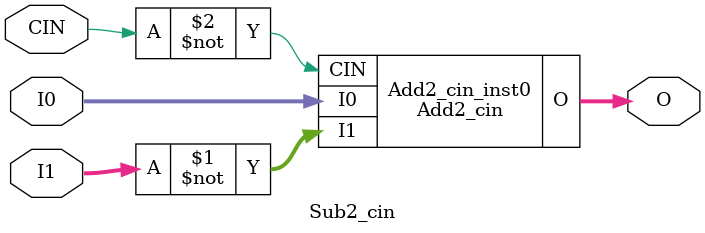
<source format=v>
module Add2_cin (input [1:0] I0, input [1:0] I1, output [1:0] O, input CIN);
assign O = (({1'b0,CIN}) + I0) + I1;
endmodule

module Sub2_cin (input [1:0] I0, input [1:0] I1, output [1:0] O, input CIN);
Add2_cin Add2_cin_inst0(.I0(I0), .I1(~ I1), .O(O), .CIN(~ CIN));
endmodule


</source>
